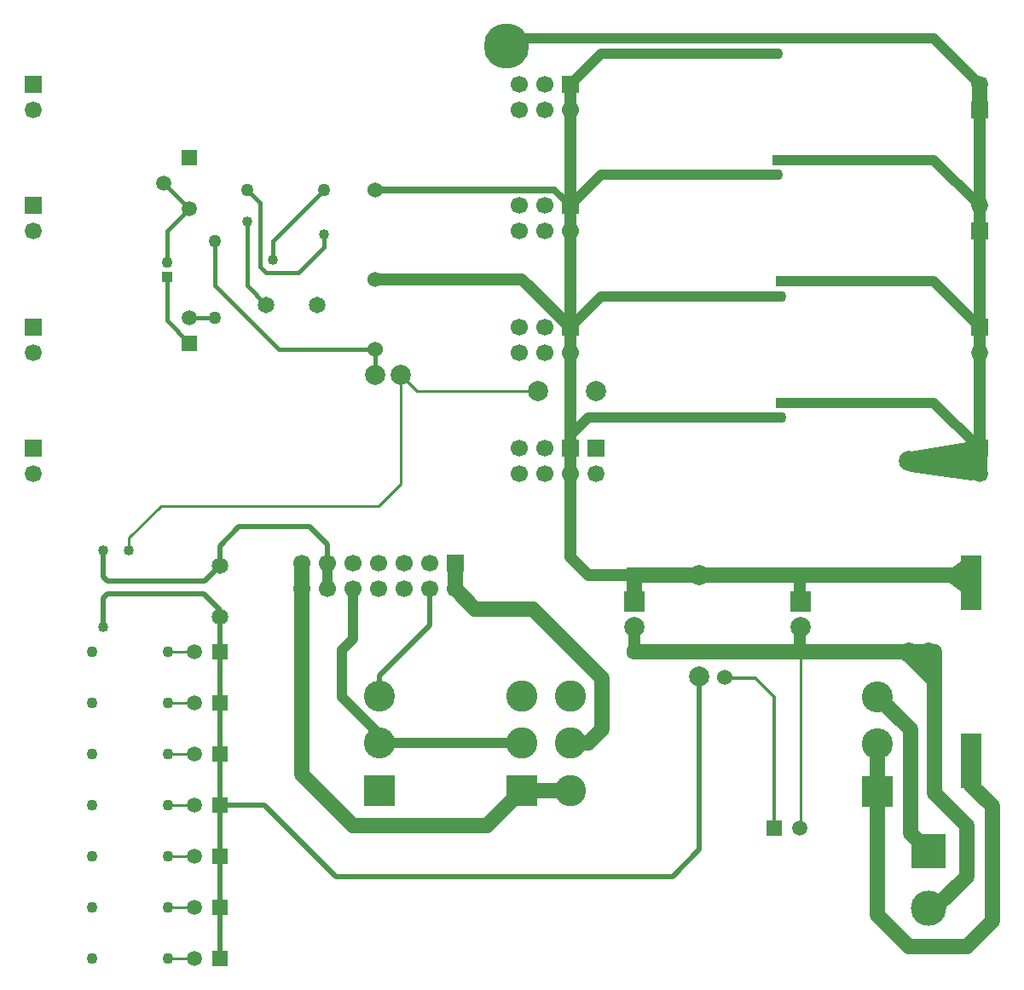
<source format=gbr>
G04 DipTrace 4.3.0.5*
G04 2 - Bottom.gbr*
%MOMM*%
G04 #@! TF.FileFunction,Copper,L2,Bot*
G04 #@! TF.Part,Single*
G04 #@! TA.AperFunction,Conductor*
%ADD10C,0.25*%
%ADD16C,1.5*%
%ADD17C,1.2*%
%ADD18C,1.0*%
%ADD19C,0.44*%
%ADD20C,0.66*%
%ADD21C,0.5*%
%ADD22C,0.3302*%
G04 #@! TA.AperFunction,CopperBalancing*
%ADD23C,0.381*%
G04 #@! TA.AperFunction,ComponentPad*
%ADD27R,1.6X1.6*%
%ADD28C,1.6*%
%ADD29R,1.69X1.69*%
%ADD30C,1.69*%
%ADD31R,1.7X1.7*%
%ADD32C,1.7*%
%ADD33C,1.5*%
%ADD34R,1.5X1.5*%
%ADD35C,1.524*%
%ADD36C,1.524*%
%ADD37C,3.5*%
%ADD38R,3.5X3.5*%
%ADD39R,2.0X3.0*%
%ADD40R,3.08X3.08*%
%ADD41C,3.08*%
%ADD42R,3.1X3.1*%
%ADD43C,3.1*%
%ADD44C,1.1*%
%ADD45C,2.0*%
%ADD46C,1.65*%
%ADD47C,4.5*%
%ADD49R,1.1X1.1*%
%ADD50R,2.0X2.0*%
%ADD51C,2.0*%
%ADD52C,1.27*%
%ADD53C,1.27*%
G04 #@! TA.AperFunction,ViaPad*
%ADD54C,1.016*%
%FSLAX35Y35*%
G04*
G71*
G90*
G75*
G01*
G04 Bottom*
%LPD*%
X1270000Y-563753D2*
D16*
X2172753D1*
X2918880D1*
X4500753D1*
X4556507Y-508000D1*
X4617503D1*
X1270000Y-563753D2*
Y-825500D1*
X2918880Y-563753D2*
D17*
Y-823380D1*
X2921000Y-825500D1*
X635000Y698500D2*
Y4064000D1*
X2698750Y4624000D2*
D18*
X941000D1*
X635000Y4318000D1*
X2698750Y3417500D2*
X941000D1*
X635000Y3111500D1*
X2730500Y1004500D2*
X814000D1*
X635000Y825500D1*
Y698500D1*
X2730500Y2211000D2*
X941000D1*
X635000Y1905000D1*
Y4064000D2*
D17*
Y4318000D1*
Y444500D2*
Y698500D1*
X-3365500Y2401500D2*
D19*
Y1968500D1*
X-3143250Y1746250D1*
X-2381250Y2127250D2*
X-2571750Y2317750D1*
Y2952750D1*
X-1301750Y2381250D2*
D17*
X158750D1*
X635000Y1905000D1*
X1270000Y-563753D2*
X817753D1*
X635000Y-381000D1*
Y444500D1*
X-1809750Y3270250D2*
D19*
X-2317750Y2762250D1*
Y2571750D1*
X-1301750Y3270250D2*
D20*
X476250D1*
X635000Y3111500D1*
X-508000Y-444500D2*
D16*
Y-698500D1*
X-307430Y-899070D1*
X264070D1*
X952500Y-1587500D1*
Y-2095500D1*
X818447Y-2229553D1*
X636253D1*
X4617503Y-2532253D2*
Y-2649003D1*
X4826000Y-2857500D1*
Y-4000500D1*
X4572000Y-4254500D1*
X4001197D1*
X3683000Y-3936303D1*
Y-3365500D1*
X3685267Y-3363233D1*
Y-2707300D1*
Y-2237300D1*
X-2032000Y-444500D2*
Y-698500D1*
Y-2540000D1*
X-1524000Y-3048000D1*
X-195193D1*
X153253Y-2699553D1*
X636253D1*
X4191000Y-3302000D2*
X4013357Y-3124357D1*
Y-2095390D1*
X3685267Y-1767300D1*
X4191000Y-3873500D2*
X4254500D1*
X4572000Y-3556000D1*
Y-3048000D1*
X4252333Y-2728333D1*
Y-1325753D1*
X2918880D1*
X2921000D1*
X1270000D1*
X-1778000Y-444500D2*
D18*
Y-698500D1*
X-4000500Y-317500D2*
D21*
Y-574003D1*
X-3954997Y-619507D1*
X-2994750D1*
X-2843747Y-468503D1*
Y-270257D1*
X-2653247Y-79757D1*
X-1952243D1*
X-1778000Y-254000D1*
Y-444500D1*
X2912063Y-3076367D2*
D10*
X2921000D1*
Y-1325753D1*
X2918880D2*
D17*
Y-1081620D1*
X2921000Y-1079500D1*
X1270000Y-1325753D2*
Y-1079500D1*
X4699000Y698500D2*
Y4064000D1*
X2730500Y1154500D2*
D18*
X4243000D1*
X4699000Y698500D1*
X2698750Y3567500D2*
X4243000D1*
X4699000Y3111500D1*
X2730500Y2361000D2*
X4243000D1*
X4699000Y1905000D1*
Y4064000D2*
D16*
Y4318000D1*
X4191000Y571500D2*
D17*
X4635500D1*
X4699000Y635000D1*
Y444500D1*
X4000500Y571500D2*
D18*
X4191000D1*
X2698750Y4774000D2*
X75000D1*
X0Y4699000D1*
X2698750Y4774000D2*
X4243000D1*
X4699000Y4318000D1*
Y444500D2*
D16*
Y698500D1*
X-2843747Y-1325753D2*
D21*
Y-1833753D1*
Y-2341753D1*
Y-2849753D1*
Y-3357753D1*
Y-3865753D1*
Y-4373753D1*
Y-2849753D2*
X-2399247D1*
X-1693000Y-3556000D1*
X1651000D1*
X1918753Y-3288247D1*
Y-1564500D1*
X-4000500Y-1079500D2*
Y-792010D1*
X-3954997Y-746507D1*
X-3002497D1*
X-2843747Y-905257D1*
Y-976503D1*
Y-1325753D1*
X-3143250Y2000250D2*
D19*
X-2889250D1*
X-3365500Y2551500D2*
Y2857500D1*
X-3143250Y3079750D1*
X-3397250Y3333750D1*
X-2571750Y3270250D2*
X-2444750Y3143250D1*
Y2508250D1*
X-2381250Y2444750D1*
X-2063750D1*
X-1809750Y2698750D1*
Y2825750D1*
X-1301750Y1682750D2*
Y1428750D1*
Y1682750D2*
X-2254250D1*
X-2889250Y2317750D1*
Y2762250D1*
X-3097747Y-1325753D2*
D10*
X-3357747D1*
X-3097747Y-1833753D2*
X-3357747D1*
X-3097747Y-2341753D2*
X-3357747D1*
X-3097747Y-2849753D2*
X-3357747D1*
X-3097747Y-3357753D2*
X-3357747D1*
X-3097747Y-3865753D2*
X-3357747D1*
X-3097747Y-4373753D2*
X-3357747D1*
X-3746500Y-317500D2*
Y-190500D1*
X-3429000Y127000D1*
X-1270000D1*
X-1047750Y349250D1*
Y1428750D1*
X-889000Y1270000D1*
X317500D1*
X2658063Y-3076367D2*
D22*
Y-1769063D1*
X2476500Y-1587500D1*
X2172753D1*
Y-1579753D1*
X-762000Y-698500D2*
D21*
Y-1061007D1*
X-1256247Y-1555253D1*
Y-1759553D1*
X-1524000Y-698500D2*
D18*
Y-1197950D1*
X-1629250Y-1303200D1*
Y-1770530D1*
X-1256247Y-2143533D1*
Y-2229553D1*
X153253D1*
D54*
X-4000500Y-317500D3*
Y-1079500D3*
X-3746500Y-317500D3*
X-2317750Y2571750D3*
X-2571750Y2952750D3*
X-1809750Y2825750D3*
X4531787Y-437817D2*
D23*
X4549133D1*
X4481447Y-475583D2*
X4549133D1*
X4431107Y-513350D2*
X4549133D1*
X4380727Y-551117D2*
X4549133D1*
X4376747Y-588883D2*
X4549133D1*
X4427087Y-626650D2*
X4549133D1*
X4477467Y-664417D2*
X4549133D1*
X4527807Y-702183D2*
X4549133D1*
X4552963Y-419090D2*
X4349747Y-571497D1*
X4552950Y-723880D1*
Y-419120D1*
X3961080Y-1390317D2*
X4231620D1*
X3998847Y-1428083D2*
X4231620D1*
X4036613Y-1465850D2*
X4231620D1*
X4074377Y-1503617D2*
X4231620D1*
X4112143Y-1541383D2*
X4231620D1*
X4149907Y-1579150D2*
X4231620D1*
X4187673Y-1616917D2*
X4231620D1*
X4235430Y-1352550D2*
X3919507D1*
X4235457Y-1668517D1*
X4235450Y-1352570D1*
X4350800Y705183D2*
X4612633D1*
X4124173Y667417D2*
X4612633D1*
X4023380Y629650D2*
X4612633D1*
X4023380Y591883D2*
X4612633D1*
X4023380Y554117D2*
X4612633D1*
X4023380Y516350D2*
X4612633D1*
X4117177Y478583D2*
X4612633D1*
X4368957Y440817D2*
X4612633D1*
X4019540Y492657D2*
X4616450Y403120D1*
X4616443Y742950D1*
X4573573D1*
X4019533Y650610D1*
X4019550Y514350D1*
Y492640D1*
D27*
X2918880Y-563753D3*
D28*
Y-1325753D3*
D27*
X1270000Y-563753D3*
D28*
Y-1325753D3*
D29*
X-4699000Y4318000D3*
D30*
Y4064000D3*
D31*
X635000Y4318000D3*
D32*
Y4064000D3*
X381000Y4318000D3*
Y4064000D3*
X127000Y4318000D3*
Y4064000D3*
D33*
X2912063Y-3076367D3*
D34*
X2658063D3*
D35*
X2172753Y-1579753D3*
D36*
Y-563753D3*
D37*
X4191000Y-3873500D3*
D38*
Y-3302000D3*
D39*
X4617503Y-762000D3*
Y-508000D3*
Y-2532253D3*
Y-2278253D3*
D31*
X-508000Y-444500D3*
D32*
Y-698500D3*
X-762000Y-444500D3*
Y-698500D3*
X-1016000Y-444500D3*
Y-698500D3*
X-1270000Y-444500D3*
Y-698500D3*
X-1524000Y-444500D3*
Y-698500D3*
X-1778000Y-444500D3*
Y-698500D3*
X-2032000Y-444500D3*
Y-698500D3*
D33*
X-3097747Y-1325753D3*
D34*
X-2843747D3*
D40*
X-1256247Y-2699553D3*
D41*
Y-2229553D3*
Y-1759553D3*
D42*
X153253Y-2699553D3*
D43*
Y-2229553D3*
Y-1759553D3*
X636253D3*
Y-2229553D3*
Y-2699553D3*
D44*
X-4107747Y-1325753D3*
X-3357747D3*
X-4107747Y-1833753D3*
X-3357747D3*
X-4107747Y-2341753D3*
X-3357747D3*
X-4107747Y-2849753D3*
X-3357747D3*
X-4107747Y-3357753D3*
X-3357747D3*
X-4107747Y-3865753D3*
X-3357747D3*
X-4107747Y-4373753D3*
X-3357747D3*
D33*
X-3097747Y-1833753D3*
D34*
X-2843747D3*
D33*
X-3097747Y-2341753D3*
D34*
X-2843747D3*
D33*
X-3097747Y-2849753D3*
D34*
X-2843747D3*
D33*
X-3097747Y-3357753D3*
D34*
X-2843747D3*
D33*
X-3097747Y-3865753D3*
D34*
X-2843747D3*
D33*
X-3097747Y-4373753D3*
D34*
X-2843747D3*
D45*
X1918753Y-563753D3*
Y-1564500D3*
D46*
X-2843747Y-976503D3*
Y-468503D3*
D40*
X3685267Y-2707300D3*
D41*
Y-2237300D3*
Y-1767300D3*
D47*
X0Y4699000D3*
D29*
X-4699000Y3111500D3*
D30*
Y2857500D3*
D31*
X635000Y3111500D3*
D32*
Y2857500D3*
X381000Y3111500D3*
Y2857500D3*
X127000Y3111500D3*
Y2857500D3*
D49*
X2698750Y3567500D3*
D44*
Y3417500D3*
D49*
X2730500Y1154500D3*
D44*
Y1004500D3*
D49*
X2698750Y4774000D3*
D44*
Y4624000D3*
D31*
X635000Y1905000D3*
D32*
Y1651000D3*
X381000Y1905000D3*
Y1651000D3*
X127000Y1905000D3*
Y1651000D3*
D49*
X2730500Y2361000D3*
D44*
Y2211000D3*
D29*
X4699000Y2857500D3*
D30*
Y3111500D3*
D29*
X-4699000Y1905000D3*
D30*
Y1651000D3*
D29*
X4699000Y1905000D3*
D30*
Y1651000D3*
D29*
Y4064000D3*
D30*
Y4318000D3*
D29*
X-4699000Y698500D3*
D30*
Y444500D3*
D31*
X635000Y698500D3*
D32*
Y444500D3*
X381000Y698500D3*
Y444500D3*
X127000Y698500D3*
Y444500D3*
D29*
X4699000Y698500D3*
D30*
Y444500D3*
D50*
X1270000Y-825500D3*
X2921000D3*
D51*
X1270000Y-1079500D3*
X2921000D3*
D46*
X-2381250Y2127250D3*
X-1873250D3*
D33*
X-3143250Y2000250D3*
D34*
Y1746250D3*
D52*
X-1809750Y3270250D3*
D53*
X-2571750D3*
D34*
X-3143250Y3587750D3*
D33*
X-3397250Y3333750D3*
X-3143250Y3079750D3*
D52*
X-2889250Y2000250D3*
D53*
Y2762250D3*
D35*
X-1301750Y3270250D3*
Y1682750D3*
Y2381250D3*
D51*
Y1428750D3*
X-1047750D3*
D49*
X-3365500Y2401500D3*
D44*
Y2551500D3*
D29*
X889000Y698500D3*
D30*
Y444500D3*
D51*
X317500Y1270000D3*
X889000D3*
X4191000Y-1333500D3*
Y571500D3*
X4000500Y-1333500D3*
Y571500D3*
M02*

</source>
